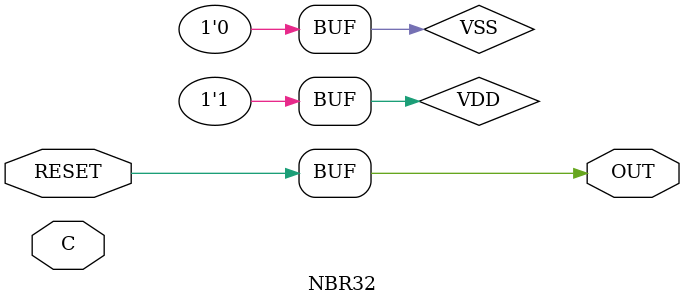
<source format=v>
module NBR32 
(
  input wire RESET,
  input wire [31:0] C,
  output wire OUT
  `ifdef USE_POWER_PINS
  ,
  inout VSS,
  inout VDD
  `endif
);
  supply1 VDD;
  supply0 VSS;
  // empty module
  // see lib file
  assign OUT = RESET;
  
endmodule

</source>
